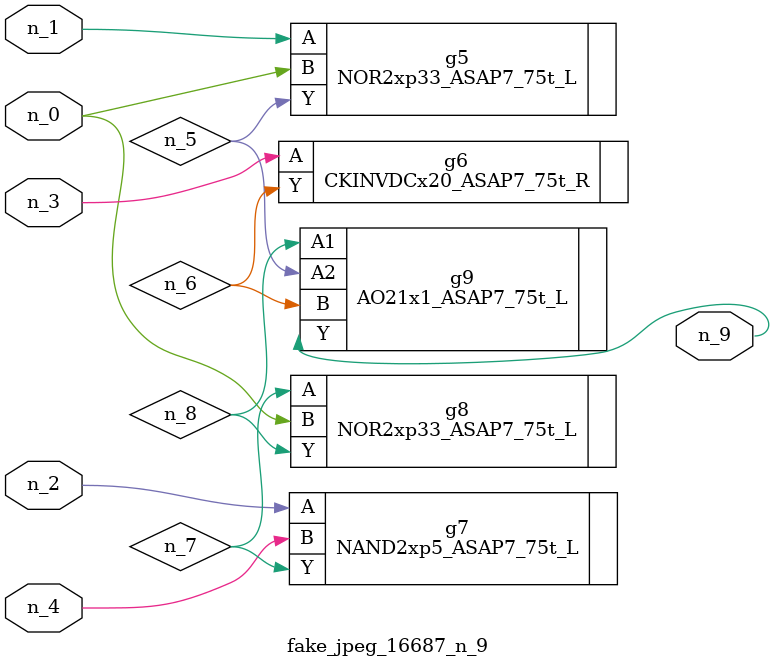
<source format=v>
module fake_jpeg_16687_n_9 (n_3, n_2, n_1, n_0, n_4, n_9);

input n_3;
input n_2;
input n_1;
input n_0;
input n_4;

output n_9;

wire n_8;
wire n_6;
wire n_5;
wire n_7;

NOR2xp33_ASAP7_75t_L g5 ( 
.A(n_1),
.B(n_0),
.Y(n_5)
);

CKINVDCx20_ASAP7_75t_R g6 ( 
.A(n_3),
.Y(n_6)
);

NAND2xp5_ASAP7_75t_L g7 ( 
.A(n_2),
.B(n_4),
.Y(n_7)
);

NOR2xp33_ASAP7_75t_L g8 ( 
.A(n_7),
.B(n_0),
.Y(n_8)
);

AO21x1_ASAP7_75t_L g9 ( 
.A1(n_8),
.A2(n_5),
.B(n_6),
.Y(n_9)
);


endmodule
</source>
